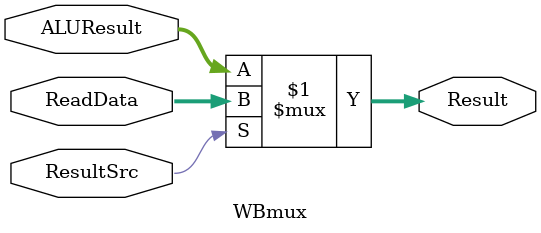
<source format=v>
module WBmux(
    input [31:0] ALUResult, ReadData,
    input ResultSrc,
    output [31:0] Result
);

assign Result = ResultSrc ? ReadData : ALUResult;

endmodule
</source>
